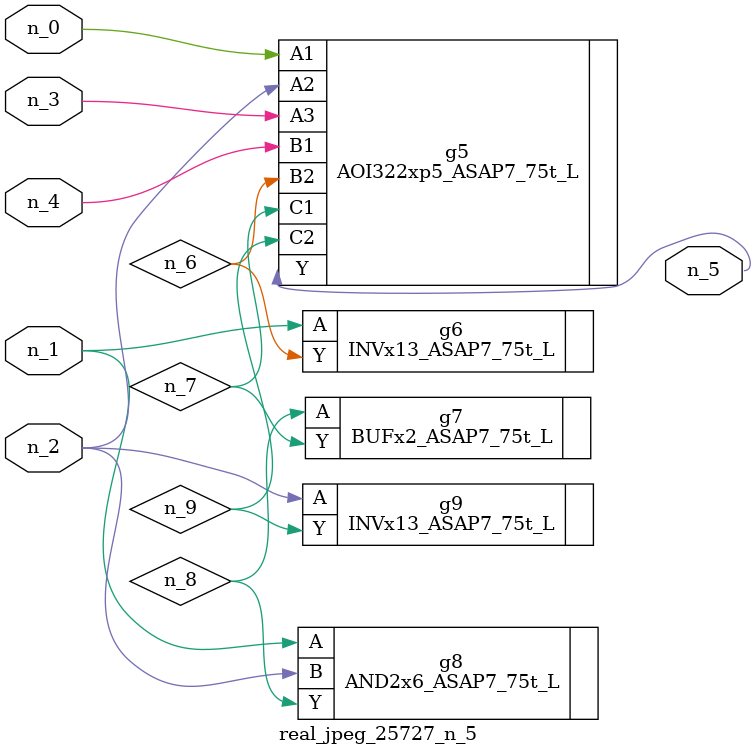
<source format=v>
module real_jpeg_25727_n_5 (n_4, n_0, n_1, n_2, n_3, n_5);

input n_4;
input n_0;
input n_1;
input n_2;
input n_3;

output n_5;

wire n_8;
wire n_6;
wire n_7;
wire n_9;

AOI322xp5_ASAP7_75t_L g5 ( 
.A1(n_0),
.A2(n_2),
.A3(n_3),
.B1(n_4),
.B2(n_6),
.C1(n_7),
.C2(n_9),
.Y(n_5)
);

INVx13_ASAP7_75t_L g6 ( 
.A(n_1),
.Y(n_6)
);

AND2x6_ASAP7_75t_L g8 ( 
.A(n_1),
.B(n_2),
.Y(n_8)
);

INVx13_ASAP7_75t_L g9 ( 
.A(n_2),
.Y(n_9)
);

BUFx2_ASAP7_75t_L g7 ( 
.A(n_8),
.Y(n_7)
);


endmodule
</source>
